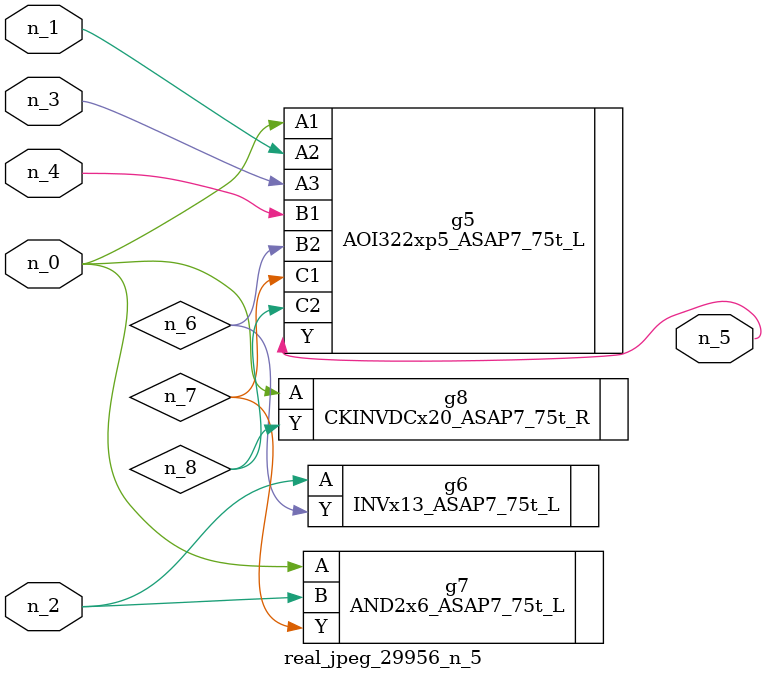
<source format=v>
module real_jpeg_29956_n_5 (n_4, n_0, n_1, n_2, n_3, n_5);

input n_4;
input n_0;
input n_1;
input n_2;
input n_3;

output n_5;

wire n_8;
wire n_6;
wire n_7;

AOI322xp5_ASAP7_75t_L g5 ( 
.A1(n_0),
.A2(n_1),
.A3(n_3),
.B1(n_4),
.B2(n_6),
.C1(n_7),
.C2(n_8),
.Y(n_5)
);

AND2x6_ASAP7_75t_L g7 ( 
.A(n_0),
.B(n_2),
.Y(n_7)
);

CKINVDCx20_ASAP7_75t_R g8 ( 
.A(n_0),
.Y(n_8)
);

INVx13_ASAP7_75t_L g6 ( 
.A(n_2),
.Y(n_6)
);


endmodule
</source>
